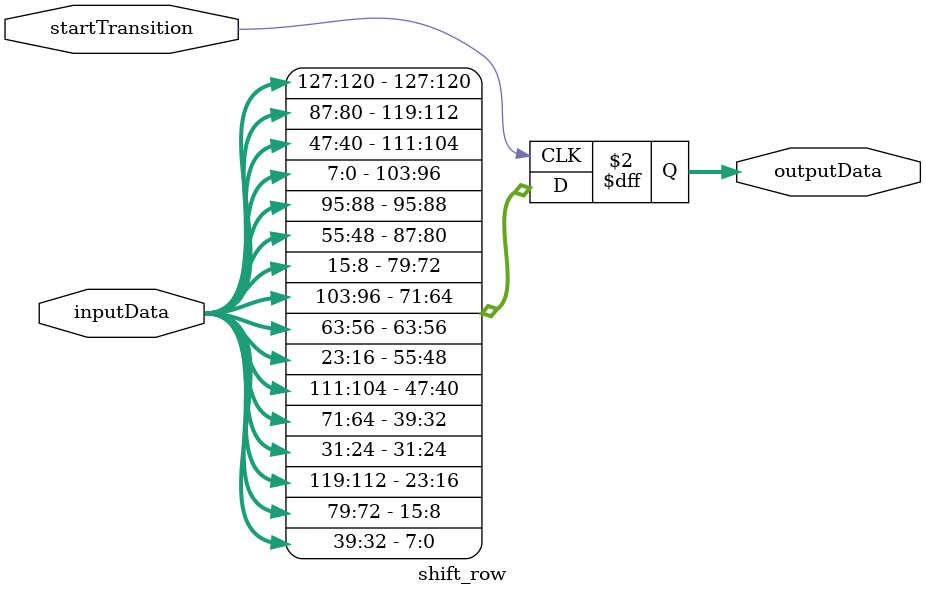
<source format=v>


module shift_row(
	input [127:0] inputData,
	input startTransition,
	output reg [127:0] outputData
);


reg [31:0] word1,word2,word3,word4,word1shifted,word2shifted,word3shifted,word4shifted;

always @(posedge startTransition) begin 
	word1=inputData[127:96];
	word2=inputData[95:64];
	word3=inputData[63:32];
	word4=inputData[31:0];

	word1shifted={word1[31:24],word2[23:16],word3[15:8],word4[7:0]};
	word2shifted={word2[31:24],word3[23:16],word4[15:8],word1[7:0]};
	word3shifted={word3[31:24],word4[23:16],word1[15:8],word2[7:0]};
	word4shifted={word4[31:24],word1[23:16],word2[15:8],word3[7:0]};

	outputData={word1shifted,word2shifted,word3shifted,word4shifted};
end
endmodule

</source>
